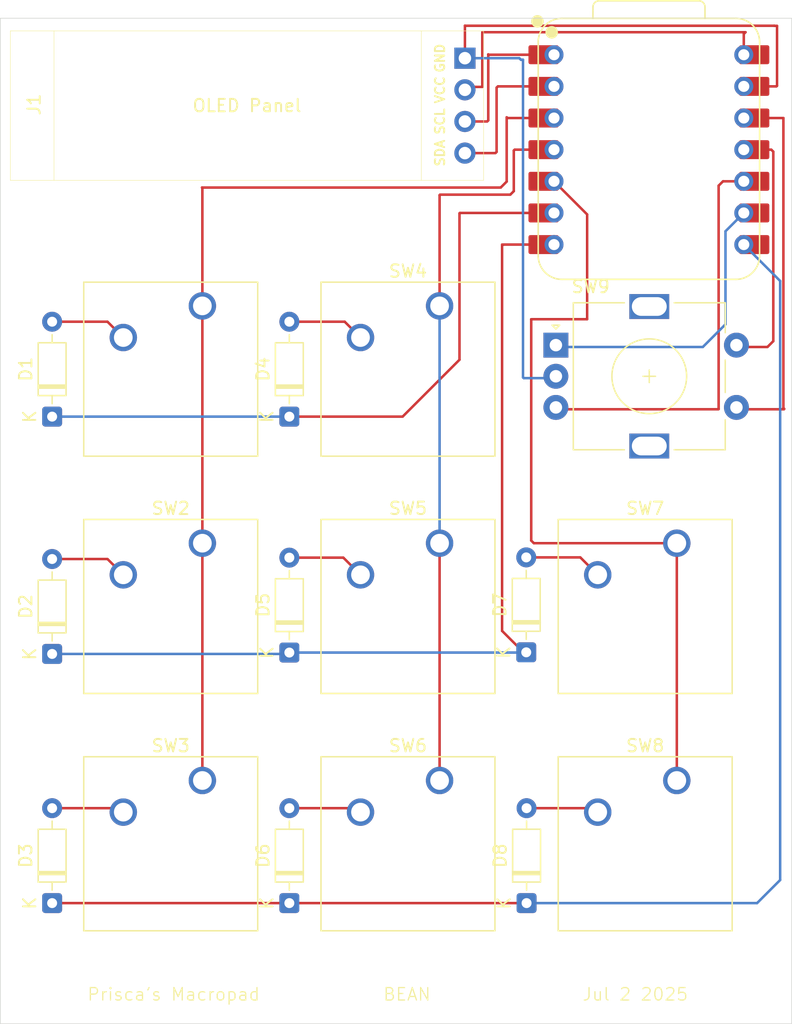
<source format=kicad_pcb>
(kicad_pcb (version 20241229) (generator "pcbnew") (generator_version "9.0")
  (layers (0 "F.Cu" signal) (2 "B.Cu" signal) (13 "F.Paste" user) (15 "B.Paste" user) (5 "F.SilkS" user "F.Silkscreen") (7 "B.SilkS" user "B.Silkscreen") (1 "F.Mask" user) (3 "B.Mask" user) (25 "Edge.Cuts" user))
  (net 0 "")
  (net 1 "GND")
  (net 2 "Net-(D1-A)")
  (net 3 "Row A")
  (net 4 "Net-(U1-GPIO2{slash}SCK)")
  (net 5 "Net-(U1-GPIO4{slash}MISO)")
  (net 6 "Net-(U1-GPIO3{slash}MOSI)")
  (net 7 "Row B")
  (net 8 "Net-(D2-A)")
  (net 9 "Row C")
  (net 10 "Net-(D3-A)")
  (net 11 "Net-(D4-A)")
  (net 12 "Net-(D5-A)")
  (net 13 "Net-(D6-A)")
  (net 14 "Net-(D7-A)")
  (net 15 "Net-(D8-A)")
  (net 16 "VCC")
  (net 17 "SCL Pin")
  (net 18 "SDA Pin")
  (net 19 "Column 1")
  (net 20 "Column 2")
  (net 21 "Column 3")
  (net 22 "SW")
  (footprint "Diode_THT:D_DO-35_SOD27_P7.62mm_Horizontal" (layer "F.Cu") (at 164.30625 99.06 90)
    (property "Reference" "D4" (at 3.81 -2.12 90) (layer "F.SilkS"))
    (property "Value" "1N4148")
    (fp_line (start 2.53 -1.12) (end 2.53 1.12) (stroke (width 0.12)) (layer "F.SilkS"))
    (fp_line (start 2.41 -1.12) (end 2.41 1.12) (stroke (width 0.12)) (layer "F.SilkS"))
    (fp_line (start 2.29 -1.12) (end 2.29 1.12) (stroke (width 0.12)) (layer "F.SilkS"))
    (fp_line (start 6.58 0) (end 5.93 0) (stroke (width 0.12)) (layer "F.SilkS"))
    (fp_line (start 1.04 0) (end 1.69 0) (stroke (width 0.12)) (layer "F.SilkS"))
    (fp_rect (start 1.69 -1.12) (end 5.93 1.12) (stroke (width 0.12)) (fill no) (layer "F.SilkS"))
    (fp_text user "K" (at 0 -1.8 90) (layer "F.SilkS"))
    (pad "1" thru_hole roundrect (at 0 0 90) (size 1.6 1.6) (drill 0.8) (layers "*.Cu" "*.Mask") (roundrect_rratio 0.15625) (net 3 "Row A"))
    (pad "2" thru_hole circle (at 7.62 0 90) (size 1.6 1.6) (drill 0.8) (layers "*.Cu" "*.Mask") (net 11 "Net-(D4-A)"))
  )
  (footprint "Diode_THT:D_DO-35_SOD27_P7.62mm_Horizontal" (layer "F.Cu") (at 145.25625 118.11 90)
    (property "Reference" "D2" (at 3.81 -2.12 90) (layer "F.SilkS"))
    (property "Value" "1N4148")
    (fp_line (start 2.53 -1.12) (end 2.53 1.12) (stroke (width 0.12)) (layer "F.SilkS"))
    (fp_line (start 2.41 -1.12) (end 2.41 1.12) (stroke (width 0.12)) (layer "F.SilkS"))
    (fp_line (start 2.29 -1.12) (end 2.29 1.12) (stroke (width 0.12)) (layer "F.SilkS"))
    (fp_line (start 6.58 0) (end 5.93 0) (stroke (width 0.12)) (layer "F.SilkS"))
    (fp_line (start 1.04 0) (end 1.69 0) (stroke (width 0.12)) (layer "F.SilkS"))
    (fp_rect (start 1.69 -1.12) (end 5.93 1.12) (stroke (width 0.12)) (fill no) (layer "F.SilkS"))
    (fp_text user "K" (at 0 -1.8 90) (layer "F.SilkS"))
    (pad "1" thru_hole roundrect (at 0 0 90) (size 1.6 1.6) (drill 0.8) (layers "*.Cu" "*.Mask") (roundrect_rratio 0.15625) (net 7 "Row B"))
    (pad "2" thru_hole circle (at 7.62 0 90) (size 1.6 1.6) (drill 0.8) (layers "*.Cu" "*.Mask") (net 8 "Net-(D2-A)"))
  )
  (footprint "Diode_THT:D_DO-35_SOD27_P7.62mm_Horizontal" (layer "F.Cu") (at 183.33 117.98 90)
    (property "Reference" "D7" (at 3.81 -2.12 90) (layer "F.SilkS"))
    (property "Value" "1N4148")
    (fp_line (start 2.53 -1.12) (end 2.53 1.12) (stroke (width 0.12)) (layer "F.SilkS"))
    (fp_line (start 2.41 -1.12) (end 2.41 1.12) (stroke (width 0.12)) (layer "F.SilkS"))
    (fp_line (start 2.29 -1.12) (end 2.29 1.12) (stroke (width 0.12)) (layer "F.SilkS"))
    (fp_line (start 6.58 0) (end 5.93 0) (stroke (width 0.12)) (layer "F.SilkS"))
    (fp_line (start 1.04 0) (end 1.69 0) (stroke (width 0.12)) (layer "F.SilkS"))
    (fp_rect (start 1.69 -1.12) (end 5.93 1.12) (stroke (width 0.12)) (fill no) (layer "F.SilkS"))
    (fp_text user "K" (at 0 -1.8 90) (layer "F.SilkS"))
    (pad "1" thru_hole roundrect (at 0 0 90) (size 1.6 1.6) (drill 0.8) (layers "*.Cu" "*.Mask") (roundrect_rratio 0.15625) (net 7 "Row B"))
    (pad "2" thru_hole circle (at 7.62 0 90) (size 1.6 1.6) (drill 0.8) (layers "*.Cu" "*.Mask") (net 14 "Net-(D7-A)"))
  )
  (footprint "Diode_THT:D_DO-35_SOD27_P7.62mm_Horizontal" (layer "F.Cu") (at 145.25625 99.06 90)
    (property "Reference" "D1" (at 3.81 -2.12 90) (layer "F.SilkS"))
    (property "Value" "1N4148")
    (fp_line (start 2.53 -1.12) (end 2.53 1.12) (stroke (width 0.12)) (layer "F.SilkS"))
    (fp_line (start 2.41 -1.12) (end 2.41 1.12) (stroke (width 0.12)) (layer "F.SilkS"))
    (fp_line (start 2.29 -1.12) (end 2.29 1.12) (stroke (width 0.12)) (layer "F.SilkS"))
    (fp_line (start 6.58 0) (end 5.93 0) (stroke (width 0.12)) (layer "F.SilkS"))
    (fp_line (start 1.04 0) (end 1.69 0) (stroke (width 0.12)) (layer "F.SilkS"))
    (fp_rect (start 1.69 -1.12) (end 5.93 1.12) (stroke (width 0.12)) (fill no) (layer "F.SilkS"))
    (fp_text user "K" (at 0 -1.8 90) (layer "F.SilkS"))
    (pad "1" thru_hole roundrect (at 0 0 90) (size 1.6 1.6) (drill 0.8) (layers "*.Cu" "*.Mask") (roundrect_rratio 0.15625) (net 3 "Row A"))
    (pad "2" thru_hole circle (at 7.62 0 90) (size 1.6 1.6) (drill 0.8) (layers "*.Cu" "*.Mask") (net 2 "Net-(D1-A)"))
  )
  (footprint "Button_Switch_Keyboard:SW_Cherry_MX_1.00u_PCB" (layer "F.Cu") (at 195.42125 109.22)
    (property "Reference" "SW7" (at -2.54 -2.794 0) (layer "F.SilkS"))
    (property "Value" "SW_Push")
    (fp_line (start -9.525 -1.905) (end 4.445 -1.905) (stroke (width 0.12)) (layer "F.SilkS"))
    (fp_line (start -9.525 12.065) (end -9.525 -1.905) (stroke (width 0.12)) (layer "F.SilkS"))
    (fp_line (start 4.445 -1.905) (end 4.445 12.065) (stroke (width 0.12)) (layer "F.SilkS"))
    (fp_line (start 4.445 12.065) (end -9.525 12.065) (stroke (width 0.12)) (layer "F.SilkS"))
    (pad "" np_thru_hole circle (at -7.62 5.08) (size 1.7 1.7) (drill 1.7) (layers "*.Cu" "*.Mask"))
    (pad "" np_thru_hole circle (at -2.54 5.08) (size 4 4) (drill 4) (layers "*.Cu" "*.Mask"))
    (pad "" np_thru_hole circle (at 2.54 5.08) (size 1.7 1.7) (drill 1.7) (layers "*.Cu" "*.Mask"))
    (pad "1" thru_hole circle (at 0 0) (size 2.2 2.2) (drill 1.5) (layers "*.Cu" "*.Mask") (net 21 "Column 3"))
    (pad "2" thru_hole circle (at -6.35 2.54) (size 2.2 2.2) (drill 1.5) (layers "*.Cu" "*.Mask") (net 14 "Net-(D7-A)"))
  )
  (footprint "Button_Switch_Keyboard:SW_Cherry_MX_1.00u_PCB" (layer "F.Cu") (at 195.42125 128.27)
    (property "Reference" "SW8" (at -2.54 -2.794 0) (layer "F.SilkS"))
    (property "Value" "SW_Push")
    (fp_line (start -9.525 -1.905) (end 4.445 -1.905) (stroke (width 0.12)) (layer "F.SilkS"))
    (fp_line (start -9.525 12.065) (end -9.525 -1.905) (stroke (width 0.12)) (layer "F.SilkS"))
    (fp_line (start 4.445 -1.905) (end 4.445 12.065) (stroke (width 0.12)) (layer "F.SilkS"))
    (fp_line (start 4.445 12.065) (end -9.525 12.065) (stroke (width 0.12)) (layer "F.SilkS"))
    (pad "" np_thru_hole circle (at -7.62 5.08) (size 1.7 1.7) (drill 1.7) (layers "*.Cu" "*.Mask"))
    (pad "" np_thru_hole circle (at -2.54 5.08) (size 4 4) (drill 4) (layers "*.Cu" "*.Mask"))
    (pad "" np_thru_hole circle (at 2.54 5.08) (size 1.7 1.7) (drill 1.7) (layers "*.Cu" "*.Mask"))
    (pad "1" thru_hole circle (at 0 0) (size 2.2 2.2) (drill 1.5) (layers "*.Cu" "*.Mask") (net 21 "Column 3"))
    (pad "2" thru_hole circle (at -6.35 2.54) (size 2.2 2.2) (drill 1.5) (layers "*.Cu" "*.Mask") (net 15 "Net-(D8-A)"))
  )
  (footprint "KiCad-SSD1306-0.91-OLED-4pin-128x32.pretty-master:SSD1306-0.91-OLED-4pin-128x32" (layer "F.Cu") (at 141.905 68.095)
    (property "Reference" "J1" (at 1.9 5.91 90) (layer "F.SilkS"))
    (property "Value" "Conn_01x04_Pin")
    (fp_line (start 0 0) (end 0 12) (stroke (width 0.04)) (layer "F.SilkS"))
    (fp_line (start 0 12) (end 38 12) (stroke (width 0.04)) (layer "F.SilkS"))
    (fp_line (start 3.5 0) (end 3.5 12) (stroke (width 0.04)) (layer "F.SilkS"))
    (fp_line (start 33 0) (end 33 12) (stroke (width 0.04)) (layer "F.SilkS"))
    (fp_line (start 38 0) (end 0 0) (stroke (width 0.04)) (layer "F.SilkS"))
    (fp_line (start 38 12) (end 38 0) (stroke (width 0.04)) (layer "F.SilkS"))
    (fp_text user "OLED Panel" (at 19 6 0) (layer "F.SilkS"))
    (fp_text user "SDA" (at 34.5 9.81 270) (layer "F.SilkS") (effects (font (size 0.75 0.75))))
    (fp_text user "VCC" (at 34.5 4.73 270) (layer "F.SilkS") (effects (font (size 0.75 0.75))))
    (fp_text user "GND" (at 34.5 2.19 270) (layer "F.SilkS") (effects (font (size 0.75 0.75))))
    (fp_text user "SCL" (at 34.5 7.27 270) (layer "F.SilkS") (effects (font (size 0.75 0.75))))
    (pad "1" thru_hole rect (at 36.5 2.19) (size 1.7 1.7) (drill 1) (layers "*.Cu" "*.Mask") (net 1 "GND"))
    (pad "2" thru_hole oval (at 36.5 4.73) (size 1.7 1.7) (drill 1) (layers "*.Cu" "*.Mask") (net 16 "VCC"))
    (pad "3" thru_hole oval (at 36.5 7.27) (size 1.7 1.7) (drill 1) (layers "*.Cu" "*.Mask") (net 17 "SCL Pin"))
    (pad "4" thru_hole oval (at 36.5 9.81) (size 1.7 1.7) (drill 1) (layers "*.Cu" "*.Mask") (net 18 "SDA Pin"))
  )
  (footprint "Button_Switch_Keyboard:SW_Cherry_MX_1.00u_PCB" (layer "F.Cu") (at 157.32125 128.27)
    (property "Reference" "SW3" (at -2.54 -2.794 0) (layer "F.SilkS"))
    (property "Value" "SW_Push")
    (fp_line (start -9.525 -1.905) (end 4.445 -1.905) (stroke (width 0.12)) (layer "F.SilkS"))
    (fp_line (start -9.525 12.065) (end -9.525 -1.905) (stroke (width 0.12)) (layer "F.SilkS"))
    (fp_line (start 4.445 -1.905) (end 4.445 12.065) (stroke (width 0.12)) (layer "F.SilkS"))
    (fp_line (start 4.445 12.065) (end -9.525 12.065) (stroke (width 0.12)) (layer "F.SilkS"))
    (pad "" np_thru_hole circle (at -7.62 5.08) (size 1.7 1.7) (drill 1.7) (layers "*.Cu" "*.Mask"))
    (pad "" np_thru_hole circle (at -2.54 5.08) (size 4 4) (drill 4) (layers "*.Cu" "*.Mask"))
    (pad "" np_thru_hole circle (at 2.54 5.08) (size 1.7 1.7) (drill 1.7) (layers "*.Cu" "*.Mask"))
    (pad "1" thru_hole circle (at 0 0) (size 2.2 2.2) (drill 1.5) (layers "*.Cu" "*.Mask") (net 19 "Column 1"))
    (pad "2" thru_hole circle (at -6.35 2.54) (size 2.2 2.2) (drill 1.5) (layers "*.Cu" "*.Mask") (net 10 "Net-(D3-A)"))
  )
  (footprint "Button_Switch_Keyboard:SW_Cherry_MX_1.00u_PCB" (layer "F.Cu") (at 176.37125 90.17)
    (property "Reference" "SW4" (at -2.54 -2.794 0) (layer "F.SilkS"))
    (property "Value" "SW_Push")
    (fp_line (start -9.525 -1.905) (end 4.445 -1.905) (stroke (width 0.12)) (layer "F.SilkS"))
    (fp_line (start -9.525 12.065) (end -9.525 -1.905) (stroke (width 0.12)) (layer "F.SilkS"))
    (fp_line (start 4.445 -1.905) (end 4.445 12.065) (stroke (width 0.12)) (layer "F.SilkS"))
    (fp_line (start 4.445 12.065) (end -9.525 12.065) (stroke (width 0.12)) (layer "F.SilkS"))
    (pad "" np_thru_hole circle (at -7.62 5.08) (size 1.7 1.7) (drill 1.7) (layers "*.Cu" "*.Mask"))
    (pad "" np_thru_hole circle (at -2.54 5.08) (size 4 4) (drill 4) (layers "*.Cu" "*.Mask"))
    (pad "" np_thru_hole circle (at 2.54 5.08) (size 1.7 1.7) (drill 1.7) (layers "*.Cu" "*.Mask"))
    (pad "1" thru_hole circle (at 0 0) (size 2.2 2.2) (drill 1.5) (layers "*.Cu" "*.Mask") (net 20 "Column 2"))
    (pad "2" thru_hole circle (at -6.35 2.54) (size 2.2 2.2) (drill 1.5) (layers "*.Cu" "*.Mask") (net 11 "Net-(D4-A)"))
  )
  (footprint "Diode_THT:D_DO-35_SOD27_P7.62mm_Horizontal" (layer "F.Cu") (at 183.35625 138.1125 90)
    (property "Reference" "D8" (at 3.81 -2.12 90) (layer "F.SilkS"))
    (property "Value" "1N4148")
    (fp_line (start 2.53 -1.12) (end 2.53 1.12) (stroke (width 0.12)) (layer "F.SilkS"))
    (fp_line (start 2.41 -1.12) (end 2.41 1.12) (stroke (width 0.12)) (layer "F.SilkS"))
    (fp_line (start 2.29 -1.12) (end 2.29 1.12) (stroke (width 0.12)) (layer "F.SilkS"))
    (fp_line (start 6.58 0) (end 5.93 0) (stroke (width 0.12)) (layer "F.SilkS"))
    (fp_line (start 1.04 0) (end 1.69 0) (stroke (width 0.12)) (layer "F.SilkS"))
    (fp_rect (start 1.69 -1.12) (end 5.93 1.12) (stroke (width 0.12)) (fill no) (layer "F.SilkS"))
    (fp_text user "K" (at 0 -1.8 90) (layer "F.SilkS"))
    (pad "1" thru_hole roundrect (at 0 0 90) (size 1.6 1.6) (drill 0.8) (layers "*.Cu" "*.Mask") (roundrect_rratio 0.15625) (net 9 "Row C"))
    (pad "2" thru_hole circle (at 7.62 0 90) (size 1.6 1.6) (drill 0.8) (layers "*.Cu" "*.Mask") (net 15 "Net-(D8-A)"))
  )
  (footprint "Button_Switch_Keyboard:SW_Cherry_MX_1.00u_PCB" (layer "F.Cu") (at 157.32125 90.17)
    (property "Reference" "SW1" (hide yes))
    (property "Value" "SW_Push")
    (fp_line (start -9.525 -1.905) (end 4.445 -1.905) (stroke (width 0.12)) (layer "F.SilkS"))
    (fp_line (start -9.525 12.065) (end -9.525 -1.905) (stroke (width 0.12)) (layer "F.SilkS"))
    (fp_line (start 4.445 -1.905) (end 4.445 12.065) (stroke (width 0.12)) (layer "F.SilkS"))
    (fp_line (start 4.445 12.065) (end -9.525 12.065) (stroke (width 0.12)) (layer "F.SilkS"))
    (pad "" np_thru_hole circle (at -7.62 5.08) (size 1.7 1.7) (drill 1.7) (layers "*.Cu" "*.Mask"))
    (pad "" np_thru_hole circle (at -2.54 5.08) (size 4 4) (drill 4) (layers "*.Cu" "*.Mask"))
    (pad "" np_thru_hole circle (at 2.54 5.08) (size 1.7 1.7) (drill 1.7) (layers "*.Cu" "*.Mask"))
    (pad "1" thru_hole circle (at 0 0) (size 2.2 2.2) (drill 1.5) (layers "*.Cu" "*.Mask") (net 19 "Column 1"))
    (pad "2" thru_hole circle (at -6.35 2.54) (size 2.2 2.2) (drill 1.5) (layers "*.Cu" "*.Mask") (net 2 "Net-(D1-A)"))
  )
  (footprint "Diode_THT:D_DO-35_SOD27_P7.62mm_Horizontal" (layer "F.Cu") (at 164.30625 118 90)
    (property "Reference" "D5" (at 3.81 -2.12 90) (layer "F.SilkS"))
    (property "Value" "1N4148")
    (fp_line (start 2.53 -1.12) (end 2.53 1.12) (stroke (width 0.12)) (layer "F.SilkS"))
    (fp_line (start 2.41 -1.12) (end 2.41 1.12) (stroke (width 0.12)) (layer "F.SilkS"))
    (fp_line (start 2.29 -1.12) (end 2.29 1.12) (stroke (width 0.12)) (layer "F.SilkS"))
    (fp_line (start 6.58 0) (end 5.93 0) (stroke (width 0.12)) (layer "F.SilkS"))
    (fp_line (start 1.04 0) (end 1.69 0) (stroke (width 0.12)) (layer "F.SilkS"))
    (fp_rect (start 1.69 -1.12) (end 5.93 1.12) (stroke (width 0.12)) (fill no) (layer "F.SilkS"))
    (fp_text user "K" (at 0 -1.8 90) (layer "F.SilkS"))
    (pad "1" thru_hole roundrect (at 0 0 90) (size 1.6 1.6) (drill 0.8) (layers "*.Cu" "*.Mask") (roundrect_rratio 0.15625) (net 7 "Row B"))
    (pad "2" thru_hole circle (at 7.62 0 90) (size 1.6 1.6) (drill 0.8) (layers "*.Cu" "*.Mask") (net 12 "Net-(D5-A)"))
  )
  (footprint "Diode_THT:D_DO-35_SOD27_P7.62mm_Horizontal" (layer "F.Cu") (at 164.30625 138.1125 90)
    (property "Reference" "D6" (at 3.81 -2.12 90) (layer "F.SilkS"))
    (property "Value" "1N4148")
    (fp_line (start 2.53 -1.12) (end 2.53 1.12) (stroke (width 0.12)) (layer "F.SilkS"))
    (fp_line (start 2.41 -1.12) (end 2.41 1.12) (stroke (width 0.12)) (layer "F.SilkS"))
    (fp_line (start 2.29 -1.12) (end 2.29 1.12) (stroke (width 0.12)) (layer "F.SilkS"))
    (fp_line (start 6.58 0) (end 5.93 0) (stroke (width 0.12)) (layer "F.SilkS"))
    (fp_line (start 1.04 0) (end 1.69 0) (stroke (width 0.12)) (layer "F.SilkS"))
    (fp_rect (start 1.69 -1.12) (end 5.93 1.12) (stroke (width 0.12)) (fill no) (layer "F.SilkS"))
    (fp_text user "K" (at 0 -1.8 90) (layer "F.SilkS"))
    (pad "1" thru_hole roundrect (at 0 0 90) (size 1.6 1.6) (drill 0.8) (layers "*.Cu" "*.Mask") (roundrect_rratio 0.15625) (net 9 "Row C"))
    (pad "2" thru_hole circle (at 7.62 0 90) (size 1.6 1.6) (drill 0.8) (layers "*.Cu" "*.Mask") (net 13 "Net-(D6-A)"))
  )
  (footprint "Diode_THT:D_DO-35_SOD27_P7.62mm_Horizontal" (layer "F.Cu") (at 145.25625 138.1125 90)
    (property "Reference" "D3" (at 3.81 -2.12 90) (layer "F.SilkS"))
    (property "Value" "1N4148")
    (fp_line (start 2.53 -1.12) (end 2.53 1.12) (stroke (width 0.12)) (layer "F.SilkS"))
    (fp_line (start 2.41 -1.12) (end 2.41 1.12) (stroke (width 0.12)) (layer "F.SilkS"))
    (fp_line (start 2.29 -1.12) (end 2.29 1.12) (stroke (width 0.12)) (layer "F.SilkS"))
    (fp_line (start 6.58 0) (end 5.93 0) (stroke (width 0.12)) (layer "F.SilkS"))
    (fp_line (start 1.04 0) (end 1.69 0) (stroke (width 0.12)) (layer "F.SilkS"))
    (fp_rect (start 1.69 -1.12) (end 5.93 1.12) (stroke (width 0.12)) (fill no) (layer "F.SilkS"))
    (fp_text user "K" (at 0 -1.8 90) (layer "F.SilkS"))
    (pad "1" thru_hole roundrect (at 0 0 90) (size 1.6 1.6) (drill 0.8) (layers "*.Cu" "*.Mask") (roundrect_rratio 0.15625) (net 9 "Row C"))
    (pad "2" thru_hole circle (at 7.62 0 90) (size 1.6 1.6) (drill 0.8) (layers "*.Cu" "*.Mask") (net 10 "Net-(D3-A)"))
  )
  (footprint "Button_Switch_Keyboard:SW_Cherry_MX_1.00u_PCB" (layer "F.Cu") (at 157.32125 109.22)
    (property "Reference" "SW2" (at -2.54 -2.794 0) (layer "F.SilkS"))
    (property "Value" "SW_Push")
    (fp_line (start -9.525 -1.905) (end 4.445 -1.905) (stroke (width 0.12)) (layer "F.SilkS"))
    (fp_line (start -9.525 12.065) (end -9.525 -1.905) (stroke (width 0.12)) (layer "F.SilkS"))
    (fp_line (start 4.445 -1.905) (end 4.445 12.065) (stroke (width 0.12)) (layer "F.SilkS"))
    (fp_line (start 4.445 12.065) (end -9.525 12.065) (stroke (width 0.12)) (layer "F.SilkS"))
    (pad "" np_thru_hole circle (at -7.62 5.08) (size 1.7 1.7) (drill 1.7) (layers "*.Cu" "*.Mask"))
    (pad "" np_thru_hole circle (at -2.54 5.08) (size 4 4) (drill 4) (layers "*.Cu" "*.Mask"))
    (pad "" np_thru_hole circle (at 2.54 5.08) (size 1.7 1.7) (drill 1.7) (layers "*.Cu" "*.Mask"))
    (pad "1" thru_hole circle (at 0 0) (size 2.2 2.2) (drill 1.5) (layers "*.Cu" "*.Mask") (net 19 "Column 1"))
    (pad "2" thru_hole circle (at -6.35 2.54) (size 2.2 2.2) (drill 1.5) (layers "*.Cu" "*.Mask") (net 8 "Net-(D2-A)"))
  )
  (footprint "OPL:XIAO-RP2040-DIP" (layer "F.Cu") (at 193.18 77.6285)
    (property "Reference" "U1" (hide yes))
    (property "Value" "XIAO-RP2040-DIP" (hide yes))
    (fp_line (start -8.89 8.509) (end -8.89 -8.636) (stroke (width 0.127)) (layer "F.SilkS"))
    (fp_line (start -6.985 10.414) (end 6.985 10.414) (stroke (width 0.127)) (layer "F.SilkS"))
    (fp_line (start -4.495 -10.541) (end -4.491272 -11.451272) (stroke (width 0.127)) (layer "F.SilkS"))
    (fp_line (start -3.991272 -11.951) (end 4.004 -11.951) (stroke (width 0.127)) (layer "F.SilkS"))
    (fp_line (start 4.504 -11.451) (end 4.504 -10.541) (stroke (width 0.127)) (layer "F.SilkS"))
    (fp_line (start 6.985 -10.541) (end -6.985 -10.541) (stroke (width 0.1)) (layer "F.SilkS"))
    (fp_line (start 6.985 -10.541) (end -6.985 -10.541) (stroke (width 0.127)) (layer "F.SilkS"))
    (fp_line (start 8.89 8.509) (end 8.89 -8.636) (stroke (width 0.127)) (layer "F.SilkS"))
    (fp_arc (start -8.89 -8.636) (mid -8.332038 -9.983038) (end -6.985 -10.541) (stroke (width 0.127)) (layer "F.SilkS"))
    (fp_arc (start -6.985 10.414) (mid -8.332038 9.856038) (end -8.89 8.509) (stroke (width 0.127)) (layer "F.SilkS"))
    (fp_arc (start -4.491272 -11.451272) (mid -4.344728 -11.80464) (end -3.991272 -11.951) (stroke (width 0.127)) (layer "F.SilkS"))
    (fp_arc (start 4.004 -11.951) (mid 4.357553 -11.804553) (end 4.504 -11.451) (stroke (width 0.127)) (layer "F.SilkS"))
    (fp_arc (start 6.985 -10.541) (mid 8.332038 -9.983038) (end 8.89 -8.636) (stroke (width 0.127)) (layer "F.SilkS"))
    (fp_arc (start 8.89 8.509) (mid 8.332038 9.856038) (end 6.985 10.414) (stroke (width 0.127)) (layer "F.SilkS"))
    (fp_circle (center -8.95 -10.3) (end -8.95 -10.554) (stroke (width 0.5)) (fill yes) (layer "F.SilkS"))
    (fp_circle (center -7.807 -9.42) (end -7.807 -9.674) (stroke (width 0.5)) (fill yes) (layer "F.SilkS"))
    (pad "1" smd roundrect (at -8.455 -7.62 180) (size 2.432 1.524) (layers "F.Cu" "F.Mask") (roundrect_rratio 0.1) (net 17 "SCL Pin"))
    (pad "1" thru_hole circle (at -7.62 -7.62 180) (size 1.524 1.524) (drill 0.889) (layers "*.Cu" "*.Mask") (net 17 "SCL Pin"))
    (pad "2" smd roundrect (at -8.455 -5.08 180) (size 2.432 1.524) (layers "F.Cu" "F.Mask") (roundrect_rratio 0.1) (net 18 "SDA Pin"))
    (pad "2" thru_hole circle (at -7.62 -5.08 180) (size 1.524 1.524) (drill 0.889) (layers "*.Cu" "*.Mask") (net 18 "SDA Pin"))
    (pad "3" smd roundrect (at -8.455 -2.54 180) (size 2.432 1.524) (layers "F.Cu" "F.Mask") (roundrect_rratio 0.1) (net 19 "Column 1"))
    (pad "3" thru_hole circle (at -7.62 -2.54 180) (size 1.524 1.524) (drill 0.889) (layers "*.Cu" "*.Mask") (net 19 "Column 1"))
    (pad "4" smd roundrect (at -8.455 0 180) (size 2.432 1.524) (layers "F.Cu" "F.Mask") (roundrect_rratio 0.1) (net 20 "Column 2"))
    (pad "4" thru_hole circle (at -7.62 0 180) (size 1.524 1.524) (drill 0.889) (layers "*.Cu" "*.Mask") (net 20 "Column 2"))
    (pad "5" smd roundrect (at -8.455 2.54 180) (size 2.432 1.524) (layers "F.Cu" "F.Mask") (roundrect_rratio 0.1) (net 21 "Column 3"))
    (pad "5" thru_hole circle (at -7.62 2.54 180) (size 1.524 1.524) (drill 0.889) (layers "*.Cu" "*.Mask") (net 21 "Column 3"))
    (pad "6" smd roundrect (at -8.455 5.08 180) (size 2.432 1.524) (layers "F.Cu" "F.Mask") (roundrect_rratio 0.1) (net 3 "Row A"))
    (pad "6" thru_hole circle (at -7.62 5.08 180) (size 1.524 1.524) (drill 0.889) (layers "*.Cu" "*.Mask") (net 3 "Row A"))
    (pad "7" smd roundrect (at -8.455 7.62 180) (size 2.432 1.524) (layers "F.Cu" "F.Mask") (roundrect_rratio 0.1) (net 7 "Row B"))
    (pad "7" thru_hole circle (at -7.62 7.62 180) (size 1.524 1.524) (drill 0.889) (layers "*.Cu" "*.Mask") (net 7 "Row B"))
    (pad "8" thru_hole circle (at 7.62 7.62) (size 1.524 1.524) (drill 0.889) (layers "*.Cu" "*.Mask") (net 9 "Row C"))
    (pad "8" smd roundrect (at 8.455 7.62) (size 2.432 1.524) (layers "F.Cu" "F.Mask") (roundrect_rratio 0.1) (net 9 "Row C"))
    (pad "9" thru_hole circle (at 7.62 5.08) (size 1.524 1.524) (drill 0.889) (layers "*.Cu" "*.Mask") (net 4 "Net-(U1-GPIO2{slash}SCK)"))
    (pad "9" smd roundrect (at 8.455 5.08) (size 2.432 1.524) (layers "F.Cu" "F.Mask") (roundrect_rratio 0.1) (net 4 "Net-(U1-GPIO2{slash}SCK)"))
    (pad "10" thru_hole circle (at 7.62 2.54) (size 1.524 1.524) (drill 0.889) (layers "*.Cu" "*.Mask") (net 5 "Net-(U1-GPIO4{slash}MISO)"))
    (pad "10" smd roundrect (at 8.455 2.54) (size 2.432 1.524) (layers "F.Cu" "F.Mask") (roundrect_rratio 0.1) (net 5 "Net-(U1-GPIO4{slash}MISO)"))
    (pad "11" thru_hole circle (at 7.62 0) (size 1.524 1.524) (drill 0.889) (layers "*.Cu" "*.Mask") (net 6 "Net-(U1-GPIO3{slash}MOSI)"))
    (pad "11" smd roundrect (at 8.455 0) (size 2.432 1.524) (layers "F.Cu" "F.Mask") (roundrect_rratio 0.1) (net 6 "Net-(U1-GPIO3{slash}MOSI)"))
    (pad "12" thru_hole circle (at 7.62 -2.54) (size 1.524 1.524) (drill 0.889) (layers "*.Cu" "*.Mask") (net 22 "SW"))
    (pad "12" smd roundrect (at 8.455 -2.54) (size 2.432 1.524) (layers "F.Cu" "F.Mask") (roundrect_rratio 0.1) (net 22 "SW"))
    (pad "13" thru_hole circle (at 7.62 -5.08) (size 1.524 1.524) (drill 0.889) (layers "*.Cu" "*.Mask") (net 1 "GND"))
    (pad "13" smd roundrect (at 8.455 -5.08) (size 2.432 1.524) (layers "F.Cu" "F.Mask") (roundrect_rratio 0.1) (net 1 "GND"))
    (pad "14" thru_hole circle (at 7.62 -7.62) (size 1.524 1.524) (drill 0.889) (layers "*.Cu" "*.Mask") (net 16 "VCC"))
    (pad "14" smd roundrect (at 8.455 -7.62) (size 2.432 1.524) (layers "F.Cu" "F.Mask") (roundrect_rratio 0.1) (net 16 "VCC"))
  )
  (footprint "Button_Switch_Keyboard:SW_Cherry_MX_1.00u_PCB" (layer "F.Cu") (at 176.37125 109.22)
    (property "Reference" "SW5" (at -2.54 -2.794 0) (layer "F.SilkS"))
    (property "Value" "SW_Push")
    (fp_line (start -9.525 -1.905) (end 4.445 -1.905) (stroke (width 0.12)) (layer "F.SilkS"))
    (fp_line (start -9.525 12.065) (end -9.525 -1.905) (stroke (width 0.12)) (layer "F.SilkS"))
    (fp_line (start 4.445 -1.905) (end 4.445 12.065) (stroke (width 0.12)) (layer "F.SilkS"))
    (fp_line (start 4.445 12.065) (end -9.525 12.065) (stroke (width 0.12)) (layer "F.SilkS"))
    (pad "" np_thru_hole circle (at -7.62 5.08) (size 1.7 1.7) (drill 1.7) (layers "*.Cu" "*.Mask"))
    (pad "" np_thru_hole circle (at -2.54 5.08) (size 4 4) (drill 4) (layers "*.Cu" "*.Mask"))
    (pad "" np_thru_hole circle (at 2.54 5.08) (size 1.7 1.7) (drill 1.7) (layers "*.Cu" "*.Mask"))
    (pad "1" thru_hole circle (at 0 0) (size 2.2 2.2) (drill 1.5) (layers "*.Cu" "*.Mask") (net 20 "Column 2"))
    (pad "2" thru_hole circle (at -6.35 2.54) (size 2.2 2.2) (drill 1.5) (layers "*.Cu" "*.Mask") (net 12 "Net-(D5-A)"))
  )
  (footprint "Button_Switch_Keyboard:SW_Cherry_MX_1.00u_PCB" (layer "F.Cu") (at 176.37125 128.27)
    (property "Reference" "SW6" (at -2.54 -2.794 0) (layer "F.SilkS"))
    (property "Value" "SW_Push")
    (fp_line (start -9.525 -1.905) (end 4.445 -1.905) (stroke (width 0.12)) (layer "F.SilkS"))
    (fp_line (start -9.525 12.065) (end -9.525 -1.905) (stroke (width 0.12)) (layer "F.SilkS"))
    (fp_line (start 4.445 -1.905) (end 4.445 12.065) (stroke (width 0.12)) (layer "F.SilkS"))
    (fp_line (start 4.445 12.065) (end -9.525 12.065) (stroke (width 0.12)) (layer "F.SilkS"))
    (pad "" np_thru_hole circle (at -7.62 5.08) (size 1.7 1.7) (drill 1.7) (layers "*.Cu" "*.Mask"))
    (pad "" np_thru_hole circle (at -2.54 5.08) (size 4 4) (drill 4) (layers "*.Cu" "*.Mask"))
    (pad "" np_thru_hole circle (at 2.54 5.08) (size 1.7 1.7) (drill 1.7) (layers "*.Cu" "*.Mask"))
    (pad "1" thru_hole circle (at 0 0) (size 2.2 2.2) (drill 1.5) (layers "*.Cu" "*.Mask") (net 20 "Column 2"))
    (pad "2" thru_hole circle (at -6.35 2.54) (size 2.2 2.2) (drill 1.5) (layers "*.Cu" "*.Mask") (net 13 "Net-(D6-A)"))
  )
  (footprint "Rotary_Encoder:RotaryEncoder_Alps_EC11E-Switch_Vertical_H20mm" (layer "F.Cu") (at 185.71 93.32)
    (property "Reference" "SW9" (at 2.8 -4.7 0) (layer "F.SilkS"))
    (property "Value" "RotaryEncoder_Switch")
    (fp_line (start -0.3 -1.6) (end 0.3 -1.6) (stroke (width 0.12)) (layer "F.SilkS"))
    (fp_line (start 0 -1.3) (end -0.3 -1.6) (stroke (width 0.12)) (layer "F.SilkS"))
    (fp_line (start 0.3 -1.6) (end 0 -1.3) (stroke (width 0.12)) (layer "F.SilkS"))
    (fp_line (start 1.4 -3.4) (end 1.4 8.4) (stroke (width 0.12)) (layer "F.SilkS"))
    (fp_line (start 5.5 -3.4) (end 1.4 -3.4) (stroke (width 0.12)) (layer "F.SilkS"))
    (fp_line (start 5.5 8.4) (end 1.4 8.4) (stroke (width 0.12)) (layer "F.SilkS"))
    (fp_line (start 7 2.5) (end 8 2.5) (stroke (width 0.12)) (layer "F.SilkS"))
    (fp_line (start 7.5 2) (end 7.5 3) (stroke (width 0.12)) (layer "F.SilkS"))
    (fp_line (start 9.5 -3.4) (end 13.6 -3.4) (stroke (width 0.12)) (layer "F.SilkS"))
    (fp_line (start 13.6 -3.4) (end 13.6 -1) (stroke (width 0.12)) (layer "F.SilkS"))
    (fp_line (start 13.6 1.2) (end 13.6 3.8) (stroke (width 0.12)) (layer "F.SilkS"))
    (fp_line (start 13.6 6) (end 13.6 8.4) (stroke (width 0.12)) (layer "F.SilkS"))
    (fp_line (start 13.6 8.4) (end 9.5 8.4) (stroke (width 0.12)) (layer "F.SilkS"))
    (fp_circle (center 7.5 2.5) (end 10.5 2.5) (stroke (width 0.12)) (fill no) (layer "F.SilkS"))
    (pad "A" thru_hole rect (at 0 0) (size 2 2) (drill 1) (layers "*.Cu" "*.Mask") (net 4 "Net-(U1-GPIO2{slash}SCK)"))
    (pad "B" thru_hole circle (at 0 5) (size 2 2) (drill 1) (layers "*.Cu" "*.Mask") (net 5 "Net-(U1-GPIO4{slash}MISO)"))
    (pad "C" thru_hole circle (at 0 2.5) (size 2 2) (drill 1) (layers "*.Cu" "*.Mask") (net 1 "GND"))
    (pad "MP" thru_hole rect (at 7.5 -3.1) (size 3.2 2) (drill oval 2.8 1.5) (layers "*.Cu" "*.Mask"))
    (pad "MP" thru_hole rect (at 7.5 8.1) (size 3.2 2) (drill oval 2.8 1.5) (layers "*.Cu" "*.Mask"))
    (pad "S1" thru_hole circle (at 14.5 5) (size 2 2) (drill 1) (layers "*.Cu" "*.Mask") (net 22 "SW"))
    (pad "S2" thru_hole circle (at 14.5 0) (size 2 2) (drill 1) (layers "*.Cu" "*.Mask") (net 6 "Net-(U1-GPIO3{slash}MOSI)"))
  )
  (gr_rect (start 141.095 67.08) (end 204.65 147.79) (stroke (width 0.05)) (fill no) (layer "Edge.Cuts"))
  (gr_text "Prisca's Macropad		BEAN			Jul 2 2025" (at 148.02 146.02 0) (layer "F.SilkS") (effects (font (size 1 1) (thickness 0.1)) (justify left bottom)))
  (segment (start 203.47 72.5) (end 203.47 67.69) (width 0.2) (layer "F.Cu") (net 1))
  (segment (start 203.4215 72.5485) (end 203.47 72.5) (width 0.2) (layer "F.Cu") (net 1))
  (segment (start 178.4 67.681) (end 203.249 67.681) (width 0.2) (layer "F.Cu") (net 1))
  (segment (start 203.47 67.69) (end 203.258 67.69) (width 0.2) (layer "F.Cu") (net 1))
  (segment (start 178.405 70.285) (end 178.405 67.686) (width 0.2) (layer "F.Cu") (net 1))
  (segment (start 203.258 67.69) (end 203.249 67.681) (width 0.2) (layer "F.Cu") (net 1))
  (segment (start 178.405 67.686) (end 178.4 67.681) (width 0.2) (layer "F.Cu") (net 1))
  (segment (start 200.8 72.5485) (end 203.4215 72.5485) (width 0.2) (layer "F.Cu") (net 1))
  (segment (start 183.07 70.41) (end 182.9 70.41) (width 0.2) (layer "B.Cu") (net 1))
  (segment (start 183.13 95.97) (end 183.07 95.91) (width 0.2) (layer "B.Cu") (net 1))
  (segment (start 182.775 70.285) (end 178.405 70.285) (width 0.2) (layer "B.Cu") (net 1))
  (segment (start 185.72 95.97) (end 183.13 95.97) (width 0.2) (layer "B.Cu") (net 1))
  (segment (start 182.9 70.41) (end 182.775 70.285) (width 0.2) (layer "B.Cu") (net 1))
  (segment (start 183.07 95.91) (end 183.07 70.41) (width 0.2) (layer "B.Cu") (net 1))
  (segment (start 149.70125 91.44) (end 150.97125 92.71) (width 0.2) (layer "F.Cu") (net 2))
  (segment (start 145.25625 91.44) (end 149.70125 91.44) (width 0.2) (layer "F.Cu") (net 2))
  (segment (start 185.56 82.7085) (end 178.0015 82.7085) (width 0.2) (layer "F.Cu") (net 3))
  (segment (start 177.97 82.74) (end 177.97 94.49278) (width 0.2) (layer "F.Cu") (net 3))
  (segment (start 173.40278 99.06) (end 164.30625 99.06) (width 0.2) (layer "F.Cu") (net 3))
  (segment (start 178.0015 82.7085) (end 177.97 82.74) (width 0.2) (layer "F.Cu") (net 3))
  (segment (start 177.97 94.49278) (end 173.40278 99.06) (width 0.2) (layer "F.Cu") (net 3))
  (segment (start 145.25625 99.06) (end 164.30625 99.06) (width 0.2) (layer "B.Cu") (net 3))
  (segment (start 199.33 91.65) (end 199.33 84.1785) (width 0.2) (layer "B.Cu") (net 4))
  (segment (start 185.72 93.47) (end 197.51 93.47) (width 0.2) (layer "B.Cu") (net 4))
  (segment (start 199.33 84.1785) (end 200.8 82.7085) (width 0.2) (layer "B.Cu") (net 4))
  (segment (start 197.51 93.47) (end 199.33 91.65) (width 0.2) (layer "B.Cu") (net 4))
  (segment (start 198.78 98.45) (end 198.78 80.52) (width 0.2) (layer "F.Cu") (net 5))
  (segment (start 198.76 98.47) (end 198.78 98.45) (width 0.2) (layer "F.Cu") (net 5))
  (segment (start 199.1315 80.1685) (end 200.8 80.1685) (width 0.2) (layer "F.Cu") (net 5))
  (segment (start 198.78 80.52) (end 199.1315 80.1685) (width 0.2) (layer "F.Cu") (net 5))
  (segment (start 185.72 98.47) (end 198.76 98.47) (width 0.2) (layer "F.Cu") (net 5))
  (segment (start 203.0085 77.6285) (end 200.8 77.6285) (width 0.2) (layer "F.Cu") (net 6))
  (segment (start 203.17 93) (end 203.17 77.79) (width 0.2) (layer "F.Cu") (net 6))
  (segment (start 202.7 93.47) (end 203.17 93) (width 0.2) (layer "F.Cu") (net 6))
  (segment (start 200.22 93.47) (end 202.7 93.47) (width 0.2) (layer "F.Cu") (net 6))
  (segment (start 203.17 77.79) (end 203.0085 77.6285) (width 0.2) (layer "F.Cu") (net 6))
  (segment (start 181.5115 85.2485) (end 185.56 85.2485) (width 0.2) (layer "F.Cu") (net 7))
  (segment (start 181.39 116.26) (end 181.39 85.25) (width 0.2) (layer "F.Cu") (net 7))
  (segment (start 183.11 117.98) (end 181.39 116.26) (width 0.2) (layer "F.Cu") (net 7))
  (segment (start 181.39 85.25) (end 181.51 85.25) (width 0.2) (layer "F.Cu") (net 7))
  (segment (start 183.33 117.98) (end 183.11 117.98) (width 0.2) (layer "F.Cu") (net 7))
  (segment (start 181.51 85.25) (end 181.5115 85.2485) (width 0.2) (layer "F.Cu") (net 7))
  (segment (start 164.19625 118.11) (end 164.30625 118) (width 0.2) (layer "B.Cu") (net 7))
  (segment (start 183.31 118) (end 183.33 117.98) (width 0.2) (layer "B.Cu") (net 7))
  (segment (start 164.30625 118) (end 183.31 118) (width 0.2) (layer "B.Cu") (net 7))
  (segment (start 145.25625 118.11) (end 164.19625 118.11) (width 0.2) (layer "B.Cu") (net 7))
  (segment (start 145.25625 110.49) (end 149.70125 110.49) (width 0.2) (layer "F.Cu") (net 8))
  (segment (start 149.70125 110.49) (end 150.97125 111.76) (width 0.2) (layer "F.Cu") (net 8))
  (segment (start 164.30625 138.1125) (end 183.35625 138.1125) (width 0.2) (layer "F.Cu") (net 9))
  (segment (start 145.25625 138.1125) (end 164.30625 138.1125) (width 0.2) (layer "F.Cu") (net 9))
  (segment (start 203.72 136.26) (end 203.72 88.1685) (width 0.2) (layer "B.Cu") (net 9))
  (segment (start 203.72 88.1685) (end 200.8 85.2485) (width 0.2) (layer "B.Cu") (net 9))
  (segment (start 183.35625 138.1125) (end 201.8675 138.1125) (width 0.2) (layer "B.Cu") (net 9))
  (segment (start 201.8675 138.1125) (end 203.72 136.26) (width 0.2) (layer "B.Cu") (net 9))
  (segment (start 145.25625 130.4925) (end 150.65375 130.4925) (width 0.2) (layer "F.Cu") (net 10))
  (segment (start 150.65375 130.4925) (end 150.97125 130.81) (width 0.2) (layer "F.Cu") (net 10))
  (segment (start 164.30625 91.44) (end 168.75125 91.44) (width 0.2) (layer "F.Cu") (net 11))
  (segment (start 168.75125 91.44) (end 170.02125 92.71) (width 0.2) (layer "F.Cu") (net 11))
  (segment (start 164.30625 110.38) (end 168.64125 110.38) (width 0.2) (layer "F.Cu") (net 12))
  (segment (start 168.64125 110.38) (end 170.02125 111.76) (width 0.2) (layer "F.Cu") (net 12))
  (segment (start 169.70375 130.4925) (end 170.02125 130.81) (width 0.2) (layer "F.Cu") (net 13))
  (segment (start 164.30625 130.4925) (end 169.70375 130.4925) (width 0.2) (layer "F.Cu") (net 13))
  (segment (start 187.67125 110.36) (end 189.07125 111.76) (width 0.2) (layer "F.Cu") (net 14))
  (segment (start 183.33 110.36) (end 187.67125 110.36) (width 0.2) (layer "F.Cu") (net 14))
  (segment (start 183.35625 130.4925) (end 188.75375 130.4925) (width 0.2) (layer "F.Cu") (net 15))
  (segment (start 188.75375 130.4925) (end 189.07125 130.81) (width 0.2) (layer "F.Cu") (net 15))
  (segment (start 179.8 68.2) (end 200.94 68.2) (width 0.2) (layer "F.Cu") (net 16))
  (segment (start 178.64 72.59) (end 179.8 72.59) (width 0.2) (layer "F.Cu") (net 16))
  (segment (start 178.405 72.825) (end 178.64 72.59) (width 0.2) (layer "F.Cu") (net 16))
  (segment (start 179.8 72.59) (end 179.8 68.2) (width 0.2) (layer "F.Cu") (net 16))
  (segment (start 200.94 68.2) (end 200.8 68.34) (width 0.2) (layer "F.Cu") (net 16))
  (segment (start 200.8 68.34) (end 200.8 70.0085) (width 0.2) (layer "F.Cu") (net 16))
  (segment (start 180.28 69.98) (end 180.3085 70.0085) (width 0.2) (layer "F.Cu") (net 17))
  (segment (start 180.28 75.28) (end 180.28 69.98) (width 0.2) (layer "F.Cu") (net 17))
  (segment (start 180.3085 70.0085) (end 185.56 70.0085) (width 0.2) (layer "F.Cu") (net 17))
  (segment (start 178.405 75.365) (end 180.195 75.365) (width 0.2) (layer "F.Cu") (net 17))
  (segment (start 180.195 75.365) (end 180.28 75.28) (width 0.2) (layer "F.Cu") (net 17))
  (segment (start 180.95 72.65) (end 181.0515 72.5485) (width 0.2) (layer "F.Cu") (net 18))
  (segment (start 180.855 77.905) (end 180.95 77.81) (width 0.2) (layer "F.Cu") (net 18))
  (segment (start 178.405 77.905) (end 180.855 77.905) (width 0.2) (layer "F.Cu") (net 18))
  (segment (start 180.95 77.81) (end 180.95 72.65) (width 0.2) (layer "F.Cu") (net 18))
  (segment (start 181.0515 72.5485) (end 185.56 72.5485) (width 0.2) (layer "F.Cu") (net 18))
  (segment (start 157.32125 80.70125) (end 157.29 80.67) (width 0.2) (layer "F.Cu") (net 19))
  (segment (start 157.29 80.67) (end 181.28 80.67) (width 0.2) (layer "F.Cu") (net 19))
  (segment (start 181.8185 75.0885) (end 185.56 75.0885) (width 0.2) (layer "F.Cu") (net 19))
  (segment (start 181.28 80.67) (end 181.76 80.19) (width 0.2) (layer "F.Cu") (net 19))
  (segment (start 157.32125 90.17) (end 157.32125 109.22) (width 0.2) (layer "F.Cu") (net 19))
  (segment (start 157.32125 109.22) (end 157.32125 128.27) (width 0.2) (layer "F.Cu") (net 19))
  (segment (start 181.76 80.19) (end 181.76 75.03) (width 0.2) (layer "F.Cu") (net 19))
  (segment (start 157.32125 90.17) (end 157.32125 80.70125) (width 0.2) (layer "F.Cu") (net 19))
  (segment (start 181.76 75.03) (end 181.8185 75.0885) (width 0.2) (layer "F.Cu") (net 19))
  (segment (start 176.37125 109.22) (end 176.37125 128.27) (width 0.2) (layer "F.Cu") (net 20))
  (segment (start 182.33 77.7) (end 182.4015 77.6285) (width 0.2) (layer "F.Cu") (net 20))
  (segment (start 176.37125 81.27875) (end 176.41 81.24) (width 0.2) (layer "F.Cu") (net 20))
  (segment (start 176.37125 90.17) (end 176.37125 81.27875) (width 0.2) (layer "F.Cu") (net 20))
  (segment (start 182.4015 77.6285) (end 185.56 77.6285) (width 0.2) (layer "F.Cu") (net 20))
  (segment (start 176.41 81.24) (end 182.05 81.24) (width 0.2) (layer "F.Cu") (net 20))
  (segment (start 182.05 81.24) (end 182.33 80.96) (width 0.2) (layer "F.Cu") (net 20))
  (segment (start 182.33 80.96) (end 182.33 77.7) (width 0.2) (layer "F.Cu") (net 20))
  (segment (start 176.37125 90.17) (end 176.37125 109.22) (width 0.2) (layer "B.Cu") (net 20))
  (segment (start 183.73 91.24) (end 183.73 109.01) (width 0.2) (layer "F.Cu") (net 21))
  (segment (start 188.22 91.24) (end 183.73 91.24) (width 0.2) (layer "F.Cu") (net 21))
  (segment (start 195.42125 109.22) (end 195.42125 128.27) (width 0.2) (layer "F.Cu") (net 21))
  (segment (start 183.94 109.22) (end 195.42125 109.22) (width 0.2) (layer "F.Cu") (net 21))
  (segment (start 185.56 80.1685) (end 188.22 82.8285) (width 0.2) (layer "F.Cu") (net 21))
  (segment (start 183.73 109.01) (end 183.94 109.22) (width 0.2) (layer "F.Cu") (net 21))
  (segment (start 188.22 82.8285) (end 188.22 91.24) (width 0.2) (layer "F.Cu") (net 21))
  (segment (start 204.049 98.44) (end 203.98 98.371) (width 0.2) (layer "F.Cu") (net 22))
  (segment (start 203.98 75.09) (end 203.9785 75.0885) (width 0.2) (layer "F.Cu") (net 22))
  (segment (start 203.98 98.371) (end 203.98 75.09) (width 0.2) (layer "F.Cu") (net 22))
  (segment (start 204.019 98.47) (end 204.049 98.44) (width 0.2) (layer "F.Cu") (net 22))
  (segment (start 200.22 98.47) (end 204.019 98.47) (width 0.2) (layer "F.Cu") (net 22))
  (segment (start 203.9785 75.0885) (end 200.8 75.0885) (width 0.2) (layer "F.Cu") (net 22))
)
</source>
